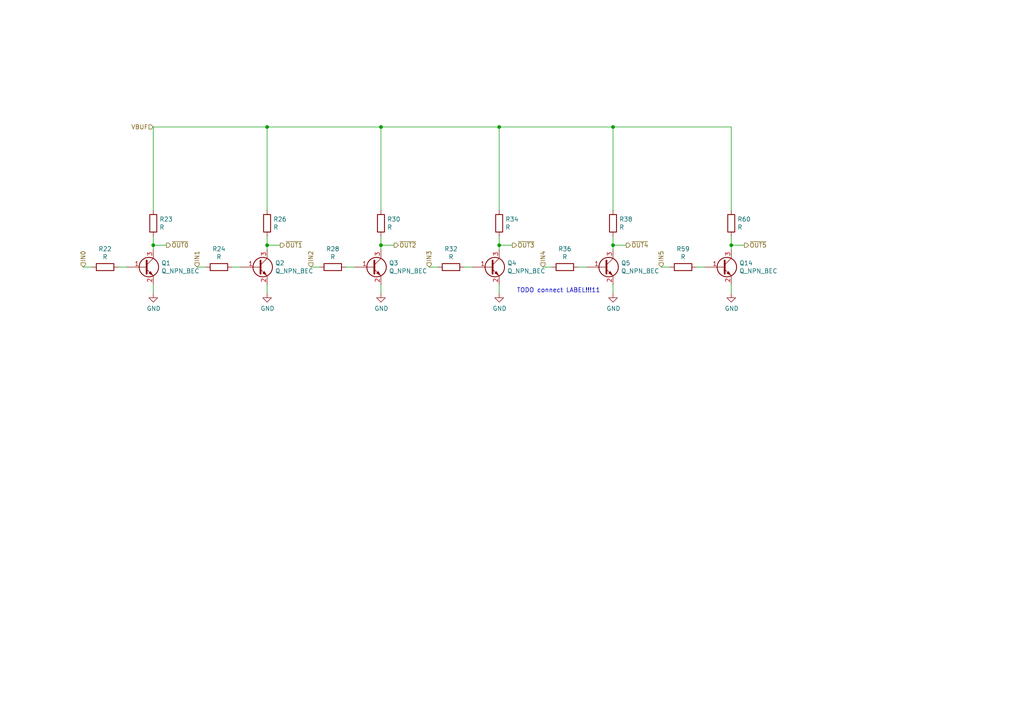
<source format=kicad_sch>
(kicad_sch (version 20230121) (generator eeschema)
  (paper "A4")
  (lib_symbols
    (symbol "Device:Q_NPN_BEC" (pin_names (offset 0) hide)
      (property "Reference" "Q" (at 5.08 1.27 0))
      (property "Value" "Q_NPN_BEC" (at 5.08 -1.27 0))
      (symbol "Q_NPN_BEC_0_1"
        (polyline (pts (xy 0.635 0.635) (xy 2.54 2.54)))
        (polyline (pts (xy 0.635 -0.635) (xy 2.54 -2.54) (xy 2.54 -2.54)))
        (polyline (pts (xy 0.635 1.905) (xy 0.635 -1.905) (xy 0.635 -1.905)) (stroke (width 0.508)))
        (polyline (pts (xy 1.27 -1.778) (xy 1.778 -1.27) (xy 2.286 -2.286) (xy 1.27 -1.778) (xy 1.27 -1.778)) (fill (type outline)))
        (circle (center 1.27 0) (radius 2.8194) (stroke (width 0.254)))
      )
      (symbol "Q_NPN_BEC_1_1"
        (pin input line (at -5.08 0 0) (length 5.715) (name "B") (number "1"))
        (pin passive line (at 2.54 -5.08 90) (length 2.54) (name "E") (number "2"))
        (pin passive line (at 2.54 5.08 270) (length 2.54) (name "C") (number "3"))
      )
    )
    (symbol "Device:R" (pin_numbers hide) (pin_names (offset 0))
      (property "Reference" "R" (at 2.032 0 90))
      (property "Value" "R" (at 0 0 90))
      (symbol "R_0_1"
        (rectangle (start -1.016 -2.54) (end 1.016 2.54) (stroke (width 0.254)))
      )
      (symbol "R_1_1"
        (pin passive line (at 0 3.81 270) (length 1.27) (name "~") (number "1"))
        (pin passive line (at 0 -3.81 90) (length 1.27) (name "~") (number "2"))
      )
    )
    (symbol "power:GND" (power) (pin_names (offset 0))
      (property "Value" "GND" (at 0 -3.81 0))
      (symbol "GND_0_1"
        (polyline (pts (xy 0 0) (xy 0 -1.27) (xy 1.27 -1.27) (xy 0 -2.54) (xy -1.27 -1.27) (xy 0 -1.27)))
      )
      (symbol "GND_1_1"
        (pin power_in line (at 0 0 270) (length 0) hide (name "GND") (number "1"))
      )
    )
  )
  (junction (at 144.78 71.12))
  (junction (at 44.45 71.12))
  (junction (at 144.78 36.83))
  (junction (at 177.8 71.12))
  (junction (at 110.49 36.83))
  (junction (at 110.49 71.12))
  (junction (at 177.8 36.83))
  (junction (at 77.47 36.83))
  (junction (at 212.09 71.12))
  (junction (at 77.47 71.12))
  (wire (pts (xy 102.87 77.47) (xy 100.33 77.47)))
  (wire (pts (xy 59.69 77.47) (xy 57.15 77.47)))
  (wire (pts (xy 77.47 36.83) (xy 44.45 36.83)))
  (wire (pts (xy 77.47 71.12) (xy 77.47 68.58)))
  (wire (pts (xy 44.45 85.09) (xy 44.45 82.55)))
  (wire (pts (xy 44.45 71.12) (xy 44.45 68.58)))
  (wire (pts (xy 177.8 36.83) (xy 144.78 36.83)))
  (wire (pts (xy 77.47 72.39) (xy 77.47 71.12)))
  (wire (pts (xy 144.78 71.12) (xy 148.59 71.12)))
  (wire (pts (xy 212.09 60.96) (xy 212.09 36.83)))
  (wire (pts (xy 144.78 85.09) (xy 144.78 82.55)))
  (wire (pts (xy 44.45 60.96) (xy 44.45 36.83)))
  (wire (pts (xy 77.47 71.12) (xy 81.28 71.12)))
  (wire (pts (xy 77.47 85.09) (xy 77.47 82.55)))
  (wire (pts (xy 110.49 85.09) (xy 110.49 82.55)))
  (wire (pts (xy 194.31 77.47) (xy 191.77 77.47)))
  (wire (pts (xy 212.09 85.09) (xy 212.09 82.55)))
  (wire (pts (xy 212.09 71.12) (xy 215.9 71.12)))
  (wire (pts (xy 177.8 85.09) (xy 177.8 82.55)))
  (wire (pts (xy 144.78 71.12) (xy 144.78 68.58)))
  (wire (pts (xy 36.83 77.47) (xy 34.29 77.47)))
  (wire (pts (xy 77.47 60.96) (xy 77.47 36.83)))
  (wire (pts (xy 177.8 71.12) (xy 181.61 71.12)))
  (wire (pts (xy 177.8 71.12) (xy 177.8 68.58)))
  (wire (pts (xy 212.09 72.39) (xy 212.09 71.12)))
  (wire (pts (xy 160.02 77.47) (xy 157.48 77.47)))
  (wire (pts (xy 144.78 36.83) (xy 110.49 36.83)))
  (wire (pts (xy 170.18 77.47) (xy 167.64 77.47)))
  (wire (pts (xy 204.47 77.47) (xy 201.93 77.47)))
  (wire (pts (xy 110.49 36.83) (xy 77.47 36.83)))
  (wire (pts (xy 137.16 77.47) (xy 134.62 77.47)))
  (wire (pts (xy 110.49 72.39) (xy 110.49 71.12)))
  (wire (pts (xy 44.45 72.39) (xy 44.45 71.12)))
  (wire (pts (xy 69.85 77.47) (xy 67.31 77.47)))
  (wire (pts (xy 110.49 71.12) (xy 110.49 68.58)))
  (wire (pts (xy 127 77.47) (xy 124.46 77.47)))
  (wire (pts (xy 177.8 60.96) (xy 177.8 36.83)))
  (wire (pts (xy 44.45 71.12) (xy 48.26 71.12)))
  (wire (pts (xy 26.67 77.47) (xy 24.13 77.47)))
  (wire (pts (xy 144.78 72.39) (xy 144.78 71.12)))
  (wire (pts (xy 212.09 36.83) (xy 177.8 36.83)))
  (wire (pts (xy 92.71 77.47) (xy 90.17 77.47)))
  (wire (pts (xy 177.8 72.39) (xy 177.8 71.12)))
  (wire (pts (xy 212.09 71.12) (xy 212.09 68.58)))
  (wire (pts (xy 144.78 60.96) (xy 144.78 36.83)))
  (wire (pts (xy 110.49 60.96) (xy 110.49 36.83)))
  (wire (pts (xy 110.49 71.12) (xy 114.3 71.12)))
  (text "TODO connect LABEL!!!11\n" (at 149.86 85.09 0) (effects (font (size 1.27 1.27)) (justify left bottom)))
  (hierarchical_label "IN5" (shape input) (at 191.77 77.47 90))
  (hierarchical_label "~{OUT2}" (shape output) (at 114.3 71.12 0))
  (hierarchical_label "VBUF" (shape input) (at 44.45 36.83 180))
  (hierarchical_label "IN3" (shape input) (at 124.46 77.47 90))
  (hierarchical_label "IN4" (shape input) (at 157.48 77.47 90))
  (hierarchical_label "IN1" (shape input) (at 57.15 77.47 90))
  (hierarchical_label "IN0" (shape input) (at 24.13 77.47 90))
  (hierarchical_label "IN2" (shape input) (at 90.17 77.47 90))
  (hierarchical_label "~{OUT3}" (shape output) (at 148.59 71.12 0))
  (hierarchical_label "~{OUT4}" (shape output) (at 181.61 71.12 0))
  (hierarchical_label "~{OUT5}" (shape output) (at 215.9 71.12 0))
  (hierarchical_label "~{OUT1}" (shape output) (at 81.28 71.12 0))
  (hierarchical_label "~{OUT0}" (shape output) (at 48.26 71.12 0))
  (symbol (lib_id "Device:Q_NPN_BEC") (at 41.91 77.47 0) (unit 1)
    (property "Reference" "Q1" (at 46.7614 76.3016 0) (effects (justify left)))
    (property "Value" "Q_NPN_BEC" (at 46.7614 78.613 0) (effects (justify left)))
    (property "Footprint" "Package_TO_SOT_SMD:SOT-23" (effects hide))
  )
  (symbol (lib_id "Device:R") (at 44.45 64.77 0) (unit 1)
    (property "Reference" "R23" (at 46.228 63.6016 0) (effects (justify left)))
    (property "Value" "R" (at 46.228 65.913 0) (effects (justify left)))
    (property "Footprint" "Resistor_SMD:R_1206_3216Metric" (effects hide))
  )
  (symbol (lib_id "Device:R") (at 30.48 77.47 270) (unit 1)
    (property "Reference" "R22" (at 30.48 72.2122 90))
    (property "Value" "R" (at 30.48 74.5236 90))
    (property "Footprint" "Resistor_SMD:R_1206_3216Metric" (effects hide))
  )
  (symbol (lib_id "power:GND") (at 44.45 85.09 0) (unit 1)
    (property "Reference" "#PWR04" (effects hide))
    (property "Value" "GND" (at 44.577 89.4842 0))
  )
  (symbol (lib_id "Device:Q_NPN_BEC") (at 74.93 77.47 0) (unit 1)
    (property "Reference" "Q2" (at 79.7814 76.3016 0) (effects (justify left)))
    (property "Value" "Q_NPN_BEC" (at 79.7814 78.613 0) (effects (justify left)))
    (property "Footprint" "Package_TO_SOT_SMD:SOT-23" (effects hide))
  )
  (symbol (lib_id "Device:R") (at 77.47 64.77 0) (unit 1)
    (property "Reference" "R26" (at 79.248 63.6016 0) (effects (justify left)))
    (property "Value" "R" (at 79.248 65.913 0) (effects (justify left)))
    (property "Footprint" "Resistor_SMD:R_1206_3216Metric" (effects hide))
  )
  (symbol (lib_id "Device:R") (at 63.5 77.47 270) (unit 1)
    (property "Reference" "R24" (at 63.5 72.2122 90))
    (property "Value" "R" (at 63.5 74.5236 90))
    (property "Footprint" "Resistor_SMD:R_1206_3216Metric" (effects hide))
  )
  (symbol (lib_id "power:GND") (at 77.47 85.09 0) (unit 1)
    (property "Reference" "#PWR05" (effects hide))
    (property "Value" "GND" (at 77.597 89.4842 0))
  )
  (symbol (lib_id "Device:Q_NPN_BEC") (at 107.95 77.47 0) (unit 1)
    (property "Reference" "Q3" (at 112.8014 76.3016 0) (effects (justify left)))
    (property "Value" "Q_NPN_BEC" (at 112.8014 78.613 0) (effects (justify left)))
    (property "Footprint" "Package_TO_SOT_SMD:SOT-23" (effects hide))
  )
  (symbol (lib_id "Device:R") (at 110.49 64.77 0) (unit 1)
    (property "Reference" "R30" (at 112.268 63.6016 0) (effects (justify left)))
    (property "Value" "R" (at 112.268 65.913 0) (effects (justify left)))
    (property "Footprint" "Resistor_SMD:R_1206_3216Metric" (effects hide))
  )
  (symbol (lib_id "Device:R") (at 96.52 77.47 270) (unit 1)
    (property "Reference" "R28" (at 96.52 72.2122 90))
    (property "Value" "R" (at 96.52 74.5236 90))
    (property "Footprint" "Resistor_SMD:R_1206_3216Metric" (effects hide))
  )
  (symbol (lib_id "power:GND") (at 110.49 85.09 0) (unit 1)
    (property "Reference" "#PWR06" (effects hide))
    (property "Value" "GND" (at 110.617 89.4842 0))
  )
  (symbol (lib_id "Device:Q_NPN_BEC") (at 142.24 77.47 0) (unit 1)
    (property "Reference" "Q4" (at 147.0914 76.3016 0) (effects (justify left)))
    (property "Value" "Q_NPN_BEC" (at 147.0914 78.613 0) (effects (justify left)))
    (property "Footprint" "Package_TO_SOT_SMD:SOT-23" (effects hide))
  )
  (symbol (lib_id "Device:R") (at 144.78 64.77 0) (unit 1)
    (property "Reference" "R34" (at 146.558 63.6016 0) (effects (justify left)))
    (property "Value" "R" (at 146.558 65.913 0) (effects (justify left)))
    (property "Footprint" "Resistor_SMD:R_1206_3216Metric" (effects hide))
  )
  (symbol (lib_id "Device:R") (at 130.81 77.47 270) (unit 1)
    (property "Reference" "R32" (at 130.81 72.2122 90))
    (property "Value" "R" (at 130.81 74.5236 90))
    (property "Footprint" "Resistor_SMD:R_1206_3216Metric" (effects hide))
  )
  (symbol (lib_id "power:GND") (at 144.78 85.09 0) (unit 1)
    (property "Reference" "#PWR07" (effects hide))
    (property "Value" "GND" (at 144.907 89.4842 0))
  )
  (symbol (lib_id "Device:Q_NPN_BEC") (at 175.26 77.47 0) (unit 1)
    (property "Reference" "Q5" (at 180.1114 76.3016 0) (effects (justify left)))
    (property "Value" "Q_NPN_BEC" (at 180.1114 78.613 0) (effects (justify left)))
    (property "Footprint" "Package_TO_SOT_SMD:SOT-23" (effects hide))
  )
  (symbol (lib_id "Device:R") (at 177.8 64.77 0) (unit 1)
    (property "Reference" "R38" (at 179.578 63.6016 0) (effects (justify left)))
    (property "Value" "R" (at 179.578 65.913 0) (effects (justify left)))
    (property "Footprint" "Resistor_SMD:R_1206_3216Metric" (effects hide))
  )
  (symbol (lib_id "Device:R") (at 163.83 77.47 270) (unit 1)
    (property "Reference" "R36" (at 163.83 72.2122 90))
    (property "Value" "R" (at 163.83 74.5236 90))
    (property "Footprint" "Resistor_SMD:R_1206_3216Metric" (effects hide))
  )
  (symbol (lib_id "power:GND") (at 177.8 85.09 0) (unit 1)
    (property "Reference" "#PWR08" (effects hide))
    (property "Value" "GND" (at 177.927 89.4842 0))
  )
  (symbol (lib_id "Device:Q_NPN_BEC") (at 209.55 77.47 0) (unit 1)
    (property "Reference" "Q14" (at 214.4014 76.3016 0) (effects (justify left)))
    (property "Value" "Q_NPN_BEC" (at 214.4014 78.613 0) (effects (justify left)))
    (property "Footprint" "Package_TO_SOT_SMD:SOT-23" (effects hide))
  )
  (symbol (lib_id "Device:R") (at 212.09 64.77 0) (unit 1)
    (property "Reference" "R60" (at 213.868 63.6016 0) (effects (justify left)))
    (property "Value" "R" (at 213.868 65.913 0) (effects (justify left)))
    (property "Footprint" "Resistor_SMD:R_1206_3216Metric" (effects hide))
  )
  (symbol (lib_id "Device:R") (at 198.12 77.47 270) (unit 1)
    (property "Reference" "R59" (at 198.12 72.2122 90))
    (property "Value" "R" (at 198.12 74.5236 90))
    (property "Footprint" "Resistor_SMD:R_1206_3216Metric" (effects hide))
  )
  (symbol (lib_id "power:GND") (at 212.09 85.09 0) (unit 1)
    (property "Reference" "#PWR09" (effects hide))
    (property "Value" "GND" (at 212.217 89.4842 0))
  )
)
</source>
